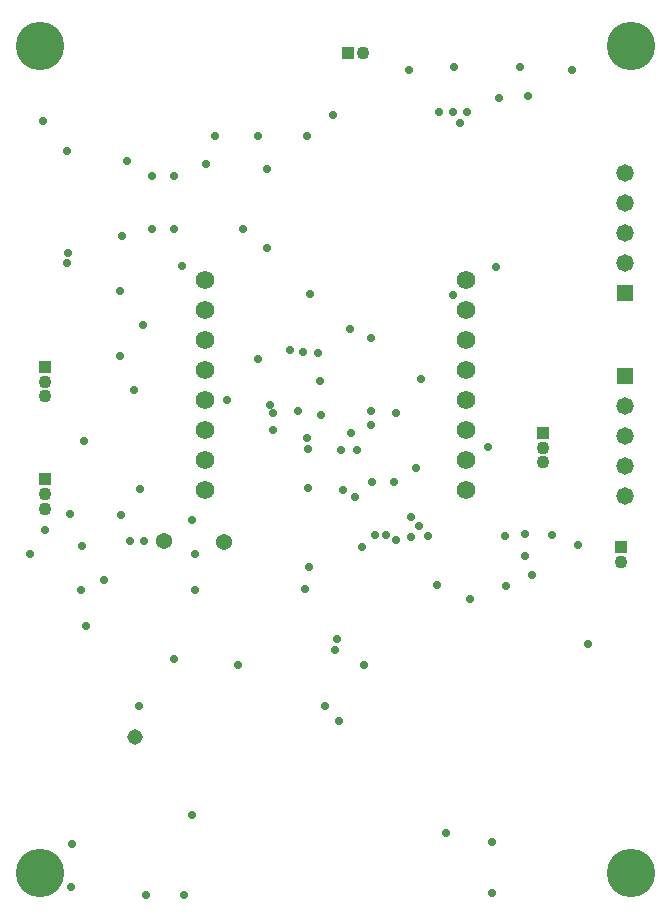
<source format=gbs>
G04*
G04 #@! TF.GenerationSoftware,Altium Limited,Altium Designer,25.0.2 (28)*
G04*
G04 Layer_Color=16711935*
%FSLAX44Y44*%
%MOMM*%
G71*
G04*
G04 #@! TF.SameCoordinates,2A483E41-FD86-4516-B0ED-3C6593A289C4*
G04*
G04*
G04 #@! TF.FilePolarity,Negative*
G04*
G01*
G75*
%ADD55C,1.1016*%
%ADD66R,1.1016X1.1016*%
%ADD67R,1.1016X1.1016*%
%ADD68C,1.3116*%
%ADD69C,0.7016*%
%ADD70C,1.4716*%
%ADD71C,1.5748*%
%ADD72C,4.1016*%
%ADD73R,1.4716X1.4716*%
%ADD74C,1.3716*%
D55*
X298450Y718820D02*
D03*
X450850Y372310D02*
D03*
Y384810D02*
D03*
X29210Y428190D02*
D03*
Y332940D02*
D03*
X516890Y288290D02*
D03*
X29210Y345440D02*
D03*
Y440690D02*
D03*
D66*
X285950Y718820D02*
D03*
D67*
X450850Y397310D02*
D03*
X516890Y300790D02*
D03*
X29210Y357940D02*
D03*
Y453190D02*
D03*
D68*
X105430Y139710D02*
D03*
D69*
X380650Y659290D02*
D03*
X374650Y669290D02*
D03*
X362650D02*
D03*
X386650D02*
D03*
X192487Y200470D02*
D03*
X155702Y294892D02*
D03*
X93218Y327680D02*
D03*
X112621Y305565D02*
D03*
X93980Y563880D02*
D03*
X196850Y570230D02*
D03*
X165100Y624840D02*
D03*
X145260Y538988D02*
D03*
X217170Y553720D02*
D03*
Y621030D02*
D03*
X50800Y12700D02*
D03*
X52110Y49119D02*
D03*
X293624Y382778D02*
D03*
X281700Y349250D02*
D03*
X299445Y201168D02*
D03*
X209340Y459740D02*
D03*
X182880Y425450D02*
D03*
X347218Y443230D02*
D03*
X304800Y404114D02*
D03*
X219329Y420910D02*
D03*
X253420Y514676D02*
D03*
X305308Y477632D02*
D03*
X243586Y415910D02*
D03*
X92960Y517144D02*
D03*
Y462026D02*
D03*
X342900Y367284D02*
D03*
X374142Y514096D02*
D03*
X222504Y399913D02*
D03*
X437650Y682752D02*
D03*
X262955Y412260D02*
D03*
X403860Y385318D02*
D03*
X251206Y392735D02*
D03*
X410568Y537568D02*
D03*
X222041Y413811D02*
D03*
X50546Y328620D02*
D03*
X236413Y467098D02*
D03*
X29210Y314706D02*
D03*
X247396Y465582D02*
D03*
X441325Y276860D02*
D03*
X338836Y326064D02*
D03*
X287528Y484886D02*
D03*
X261620Y441071D02*
D03*
X60450Y301244D02*
D03*
X153670Y323850D02*
D03*
X419100Y267970D02*
D03*
X345948Y318516D02*
D03*
X325882Y306324D02*
D03*
X338836Y309118D02*
D03*
X16510Y294894D02*
D03*
X279875Y382778D02*
D03*
X251714Y350310D02*
D03*
Y383794D02*
D03*
X480314Y302260D02*
D03*
X297180Y300276D02*
D03*
X318010Y310960D02*
D03*
X353060Y309880D02*
D03*
X418338D02*
D03*
X360870Y268095D02*
D03*
X109446Y350075D02*
D03*
X47500Y541020D02*
D03*
X259842Y465328D02*
D03*
X60450Y301292D02*
D03*
X155700Y264350D02*
D03*
X249430Y264920D02*
D03*
X288478Y397002D02*
D03*
X100917Y305562D02*
D03*
X79250Y272860D02*
D03*
X308735Y310960D02*
D03*
X431500Y707170D02*
D03*
X325970Y414085D02*
D03*
X114554Y6096D02*
D03*
X108430Y165636D02*
D03*
X250825Y648440D02*
D03*
X291700Y342646D02*
D03*
X388940Y256794D02*
D03*
X435356Y292862D02*
D03*
X98298Y627126D02*
D03*
X61922Y390652D02*
D03*
X276140Y222860D02*
D03*
X274595Y213526D02*
D03*
X324870Y355790D02*
D03*
X111760Y488760D02*
D03*
X435420Y311660D02*
D03*
X458280Y311150D02*
D03*
X119380Y570040D02*
D03*
X119630Y614870D02*
D03*
X47500Y636080D02*
D03*
X27430Y661480D02*
D03*
X272860Y666750D02*
D03*
X413025Y680676D02*
D03*
X146810Y6160D02*
D03*
X153430Y73980D02*
D03*
X63430Y233980D02*
D03*
X59180Y264350D02*
D03*
X138430Y205440D02*
D03*
X265980Y165710D02*
D03*
X277620Y153480D02*
D03*
X368940Y58200D02*
D03*
X252540Y283720D02*
D03*
X407160Y7430D02*
D03*
Y50990D02*
D03*
X104331Y433830D02*
D03*
X306070Y355790D02*
D03*
X304930Y415910D02*
D03*
X488940Y218200D02*
D03*
X48260Y549720D02*
D03*
X138180Y570040D02*
D03*
X138430Y614870D02*
D03*
X172720Y648559D02*
D03*
X209550Y648440D02*
D03*
X375150Y707170D02*
D03*
X337350Y704630D02*
D03*
X475650D02*
D03*
D70*
X520000Y566420D02*
D03*
Y541020D02*
D03*
Y591820D02*
D03*
Y617220D02*
D03*
Y420370D02*
D03*
Y394970D02*
D03*
Y369570D02*
D03*
Y344170D02*
D03*
D71*
X385200Y450470D02*
D03*
X164800Y501270D02*
D03*
Y348870D02*
D03*
Y374270D02*
D03*
Y399670D02*
D03*
Y425070D02*
D03*
Y450470D02*
D03*
Y475870D02*
D03*
Y526670D02*
D03*
X385200Y348870D02*
D03*
Y374270D02*
D03*
Y399670D02*
D03*
Y425070D02*
D03*
Y475870D02*
D03*
Y501270D02*
D03*
Y526670D02*
D03*
D72*
X25000Y725000D02*
D03*
Y25000D02*
D03*
X525000D02*
D03*
X525000Y725000D02*
D03*
D73*
X520000Y515620D02*
D03*
Y445770D02*
D03*
D74*
X180340Y304800D02*
D03*
X129830Y305364D02*
D03*
M02*

</source>
